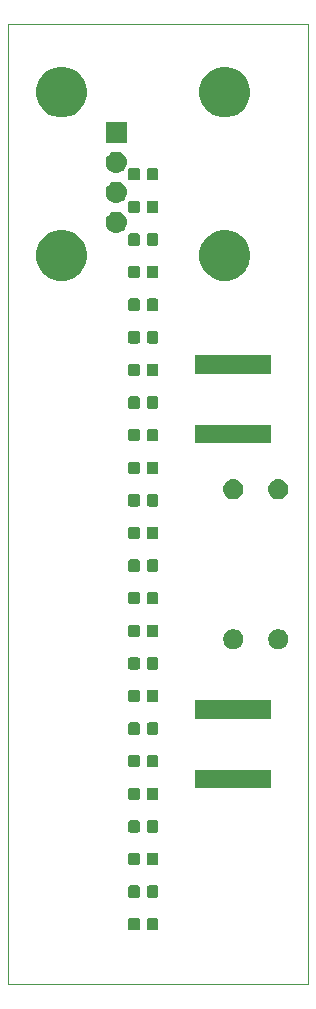
<source format=gbr>
G04 #@! TF.GenerationSoftware,KiCad,Pcbnew,(5.1.4)-1*
G04 #@! TF.CreationDate,2019-08-22T22:39:33-07:00*
G04 #@! TF.ProjectId,the,7468652e-6b69-4636-9164-5f7063625858,rev?*
G04 #@! TF.SameCoordinates,Original*
G04 #@! TF.FileFunction,Soldermask,Top*
G04 #@! TF.FilePolarity,Negative*
%FSLAX46Y46*%
G04 Gerber Fmt 4.6, Leading zero omitted, Abs format (unit mm)*
G04 Created by KiCad (PCBNEW (5.1.4)-1) date 2019-08-22 22:39:33*
%MOMM*%
%LPD*%
G04 APERTURE LIST*
%ADD10C,0.120000*%
%ADD11C,0.100000*%
G04 APERTURE END LIST*
D10*
X63500000Y-119380000D02*
X63500000Y-38100000D01*
X88900000Y-119380000D02*
X63500000Y-119380000D01*
X88900000Y-38100000D02*
X88900000Y-119380000D01*
X63500000Y-38100000D02*
X88900000Y-38100000D01*
D11*
G36*
X74484591Y-113778085D02*
G01*
X74518569Y-113788393D01*
X74549890Y-113805134D01*
X74577339Y-113827661D01*
X74599866Y-113855110D01*
X74616607Y-113886431D01*
X74626915Y-113920409D01*
X74631000Y-113961890D01*
X74631000Y-114638110D01*
X74626915Y-114679591D01*
X74616607Y-114713569D01*
X74599866Y-114744890D01*
X74577339Y-114772339D01*
X74549890Y-114794866D01*
X74518569Y-114811607D01*
X74484591Y-114821915D01*
X74443110Y-114826000D01*
X73841890Y-114826000D01*
X73800409Y-114821915D01*
X73766431Y-114811607D01*
X73735110Y-114794866D01*
X73707661Y-114772339D01*
X73685134Y-114744890D01*
X73668393Y-114713569D01*
X73658085Y-114679591D01*
X73654000Y-114638110D01*
X73654000Y-113961890D01*
X73658085Y-113920409D01*
X73668393Y-113886431D01*
X73685134Y-113855110D01*
X73707661Y-113827661D01*
X73735110Y-113805134D01*
X73766431Y-113788393D01*
X73800409Y-113778085D01*
X73841890Y-113774000D01*
X74443110Y-113774000D01*
X74484591Y-113778085D01*
X74484591Y-113778085D01*
G37*
G36*
X76059591Y-113778085D02*
G01*
X76093569Y-113788393D01*
X76124890Y-113805134D01*
X76152339Y-113827661D01*
X76174866Y-113855110D01*
X76191607Y-113886431D01*
X76201915Y-113920409D01*
X76206000Y-113961890D01*
X76206000Y-114638110D01*
X76201915Y-114679591D01*
X76191607Y-114713569D01*
X76174866Y-114744890D01*
X76152339Y-114772339D01*
X76124890Y-114794866D01*
X76093569Y-114811607D01*
X76059591Y-114821915D01*
X76018110Y-114826000D01*
X75416890Y-114826000D01*
X75375409Y-114821915D01*
X75341431Y-114811607D01*
X75310110Y-114794866D01*
X75282661Y-114772339D01*
X75260134Y-114744890D01*
X75243393Y-114713569D01*
X75233085Y-114679591D01*
X75229000Y-114638110D01*
X75229000Y-113961890D01*
X75233085Y-113920409D01*
X75243393Y-113886431D01*
X75260134Y-113855110D01*
X75282661Y-113827661D01*
X75310110Y-113805134D01*
X75341431Y-113788393D01*
X75375409Y-113778085D01*
X75416890Y-113774000D01*
X76018110Y-113774000D01*
X76059591Y-113778085D01*
X76059591Y-113778085D01*
G37*
G36*
X76059591Y-111017203D02*
G01*
X76093569Y-111027511D01*
X76124890Y-111044252D01*
X76152339Y-111066779D01*
X76174866Y-111094228D01*
X76191607Y-111125549D01*
X76201915Y-111159527D01*
X76206000Y-111201008D01*
X76206000Y-111877228D01*
X76201915Y-111918709D01*
X76191607Y-111952687D01*
X76174866Y-111984008D01*
X76152339Y-112011457D01*
X76124890Y-112033984D01*
X76093569Y-112050725D01*
X76059591Y-112061033D01*
X76018110Y-112065118D01*
X75416890Y-112065118D01*
X75375409Y-112061033D01*
X75341431Y-112050725D01*
X75310110Y-112033984D01*
X75282661Y-112011457D01*
X75260134Y-111984008D01*
X75243393Y-111952687D01*
X75233085Y-111918709D01*
X75229000Y-111877228D01*
X75229000Y-111201008D01*
X75233085Y-111159527D01*
X75243393Y-111125549D01*
X75260134Y-111094228D01*
X75282661Y-111066779D01*
X75310110Y-111044252D01*
X75341431Y-111027511D01*
X75375409Y-111017203D01*
X75416890Y-111013118D01*
X76018110Y-111013118D01*
X76059591Y-111017203D01*
X76059591Y-111017203D01*
G37*
G36*
X74484591Y-111017203D02*
G01*
X74518569Y-111027511D01*
X74549890Y-111044252D01*
X74577339Y-111066779D01*
X74599866Y-111094228D01*
X74616607Y-111125549D01*
X74626915Y-111159527D01*
X74631000Y-111201008D01*
X74631000Y-111877228D01*
X74626915Y-111918709D01*
X74616607Y-111952687D01*
X74599866Y-111984008D01*
X74577339Y-112011457D01*
X74549890Y-112033984D01*
X74518569Y-112050725D01*
X74484591Y-112061033D01*
X74443110Y-112065118D01*
X73841890Y-112065118D01*
X73800409Y-112061033D01*
X73766431Y-112050725D01*
X73735110Y-112033984D01*
X73707661Y-112011457D01*
X73685134Y-111984008D01*
X73668393Y-111952687D01*
X73658085Y-111918709D01*
X73654000Y-111877228D01*
X73654000Y-111201008D01*
X73658085Y-111159527D01*
X73668393Y-111125549D01*
X73685134Y-111094228D01*
X73707661Y-111066779D01*
X73735110Y-111044252D01*
X73766431Y-111027511D01*
X73800409Y-111017203D01*
X73841890Y-111013118D01*
X74443110Y-111013118D01*
X74484591Y-111017203D01*
X74484591Y-111017203D01*
G37*
G36*
X76059591Y-108256334D02*
G01*
X76093569Y-108266642D01*
X76124890Y-108283383D01*
X76152339Y-108305910D01*
X76174866Y-108333359D01*
X76191607Y-108364680D01*
X76201915Y-108398658D01*
X76206000Y-108440139D01*
X76206000Y-109116359D01*
X76201915Y-109157840D01*
X76191607Y-109191818D01*
X76174866Y-109223139D01*
X76152339Y-109250588D01*
X76124890Y-109273115D01*
X76093569Y-109289856D01*
X76059591Y-109300164D01*
X76018110Y-109304249D01*
X75416890Y-109304249D01*
X75375409Y-109300164D01*
X75341431Y-109289856D01*
X75310110Y-109273115D01*
X75282661Y-109250588D01*
X75260134Y-109223139D01*
X75243393Y-109191818D01*
X75233085Y-109157840D01*
X75229000Y-109116359D01*
X75229000Y-108440139D01*
X75233085Y-108398658D01*
X75243393Y-108364680D01*
X75260134Y-108333359D01*
X75282661Y-108305910D01*
X75310110Y-108283383D01*
X75341431Y-108266642D01*
X75375409Y-108256334D01*
X75416890Y-108252249D01*
X76018110Y-108252249D01*
X76059591Y-108256334D01*
X76059591Y-108256334D01*
G37*
G36*
X74484591Y-108256334D02*
G01*
X74518569Y-108266642D01*
X74549890Y-108283383D01*
X74577339Y-108305910D01*
X74599866Y-108333359D01*
X74616607Y-108364680D01*
X74626915Y-108398658D01*
X74631000Y-108440139D01*
X74631000Y-109116359D01*
X74626915Y-109157840D01*
X74616607Y-109191818D01*
X74599866Y-109223139D01*
X74577339Y-109250588D01*
X74549890Y-109273115D01*
X74518569Y-109289856D01*
X74484591Y-109300164D01*
X74443110Y-109304249D01*
X73841890Y-109304249D01*
X73800409Y-109300164D01*
X73766431Y-109289856D01*
X73735110Y-109273115D01*
X73707661Y-109250588D01*
X73685134Y-109223139D01*
X73668393Y-109191818D01*
X73658085Y-109157840D01*
X73654000Y-109116359D01*
X73654000Y-108440139D01*
X73658085Y-108398658D01*
X73668393Y-108364680D01*
X73685134Y-108333359D01*
X73707661Y-108305910D01*
X73735110Y-108283383D01*
X73766431Y-108266642D01*
X73800409Y-108256334D01*
X73841890Y-108252249D01*
X74443110Y-108252249D01*
X74484591Y-108256334D01*
X74484591Y-108256334D01*
G37*
G36*
X76059591Y-105495465D02*
G01*
X76093569Y-105505773D01*
X76124890Y-105522514D01*
X76152339Y-105545041D01*
X76174866Y-105572490D01*
X76191607Y-105603811D01*
X76201915Y-105637789D01*
X76206000Y-105679270D01*
X76206000Y-106355490D01*
X76201915Y-106396971D01*
X76191607Y-106430949D01*
X76174866Y-106462270D01*
X76152339Y-106489719D01*
X76124890Y-106512246D01*
X76093569Y-106528987D01*
X76059591Y-106539295D01*
X76018110Y-106543380D01*
X75416890Y-106543380D01*
X75375409Y-106539295D01*
X75341431Y-106528987D01*
X75310110Y-106512246D01*
X75282661Y-106489719D01*
X75260134Y-106462270D01*
X75243393Y-106430949D01*
X75233085Y-106396971D01*
X75229000Y-106355490D01*
X75229000Y-105679270D01*
X75233085Y-105637789D01*
X75243393Y-105603811D01*
X75260134Y-105572490D01*
X75282661Y-105545041D01*
X75310110Y-105522514D01*
X75341431Y-105505773D01*
X75375409Y-105495465D01*
X75416890Y-105491380D01*
X76018110Y-105491380D01*
X76059591Y-105495465D01*
X76059591Y-105495465D01*
G37*
G36*
X74484591Y-105495465D02*
G01*
X74518569Y-105505773D01*
X74549890Y-105522514D01*
X74577339Y-105545041D01*
X74599866Y-105572490D01*
X74616607Y-105603811D01*
X74626915Y-105637789D01*
X74631000Y-105679270D01*
X74631000Y-106355490D01*
X74626915Y-106396971D01*
X74616607Y-106430949D01*
X74599866Y-106462270D01*
X74577339Y-106489719D01*
X74549890Y-106512246D01*
X74518569Y-106528987D01*
X74484591Y-106539295D01*
X74443110Y-106543380D01*
X73841890Y-106543380D01*
X73800409Y-106539295D01*
X73766431Y-106528987D01*
X73735110Y-106512246D01*
X73707661Y-106489719D01*
X73685134Y-106462270D01*
X73668393Y-106430949D01*
X73658085Y-106396971D01*
X73654000Y-106355490D01*
X73654000Y-105679270D01*
X73658085Y-105637789D01*
X73668393Y-105603811D01*
X73685134Y-105572490D01*
X73707661Y-105545041D01*
X73735110Y-105522514D01*
X73766431Y-105505773D01*
X73800409Y-105495465D01*
X73841890Y-105491380D01*
X74443110Y-105491380D01*
X74484591Y-105495465D01*
X74484591Y-105495465D01*
G37*
G36*
X76059591Y-102734596D02*
G01*
X76093569Y-102744904D01*
X76124890Y-102761645D01*
X76152339Y-102784172D01*
X76174866Y-102811621D01*
X76191607Y-102842942D01*
X76201915Y-102876920D01*
X76206000Y-102918401D01*
X76206000Y-103594621D01*
X76201915Y-103636102D01*
X76191607Y-103670080D01*
X76174866Y-103701401D01*
X76152339Y-103728850D01*
X76124890Y-103751377D01*
X76093569Y-103768118D01*
X76059591Y-103778426D01*
X76018110Y-103782511D01*
X75416890Y-103782511D01*
X75375409Y-103778426D01*
X75341431Y-103768118D01*
X75310110Y-103751377D01*
X75282661Y-103728850D01*
X75260134Y-103701401D01*
X75243393Y-103670080D01*
X75233085Y-103636102D01*
X75229000Y-103594621D01*
X75229000Y-102918401D01*
X75233085Y-102876920D01*
X75243393Y-102842942D01*
X75260134Y-102811621D01*
X75282661Y-102784172D01*
X75310110Y-102761645D01*
X75341431Y-102744904D01*
X75375409Y-102734596D01*
X75416890Y-102730511D01*
X76018110Y-102730511D01*
X76059591Y-102734596D01*
X76059591Y-102734596D01*
G37*
G36*
X74484591Y-102734596D02*
G01*
X74518569Y-102744904D01*
X74549890Y-102761645D01*
X74577339Y-102784172D01*
X74599866Y-102811621D01*
X74616607Y-102842942D01*
X74626915Y-102876920D01*
X74631000Y-102918401D01*
X74631000Y-103594621D01*
X74626915Y-103636102D01*
X74616607Y-103670080D01*
X74599866Y-103701401D01*
X74577339Y-103728850D01*
X74549890Y-103751377D01*
X74518569Y-103768118D01*
X74484591Y-103778426D01*
X74443110Y-103782511D01*
X73841890Y-103782511D01*
X73800409Y-103778426D01*
X73766431Y-103768118D01*
X73735110Y-103751377D01*
X73707661Y-103728850D01*
X73685134Y-103701401D01*
X73668393Y-103670080D01*
X73658085Y-103636102D01*
X73654000Y-103594621D01*
X73654000Y-102918401D01*
X73658085Y-102876920D01*
X73668393Y-102842942D01*
X73685134Y-102811621D01*
X73707661Y-102784172D01*
X73735110Y-102761645D01*
X73766431Y-102744904D01*
X73800409Y-102734596D01*
X73841890Y-102730511D01*
X74443110Y-102730511D01*
X74484591Y-102734596D01*
X74484591Y-102734596D01*
G37*
G36*
X85751000Y-102786000D02*
G01*
X79349000Y-102786000D01*
X79349000Y-101234000D01*
X85751000Y-101234000D01*
X85751000Y-102786000D01*
X85751000Y-102786000D01*
G37*
G36*
X76059591Y-99973727D02*
G01*
X76093569Y-99984035D01*
X76124890Y-100000776D01*
X76152339Y-100023303D01*
X76174866Y-100050752D01*
X76191607Y-100082073D01*
X76201915Y-100116051D01*
X76206000Y-100157532D01*
X76206000Y-100833752D01*
X76201915Y-100875233D01*
X76191607Y-100909211D01*
X76174866Y-100940532D01*
X76152339Y-100967981D01*
X76124890Y-100990508D01*
X76093569Y-101007249D01*
X76059591Y-101017557D01*
X76018110Y-101021642D01*
X75416890Y-101021642D01*
X75375409Y-101017557D01*
X75341431Y-101007249D01*
X75310110Y-100990508D01*
X75282661Y-100967981D01*
X75260134Y-100940532D01*
X75243393Y-100909211D01*
X75233085Y-100875233D01*
X75229000Y-100833752D01*
X75229000Y-100157532D01*
X75233085Y-100116051D01*
X75243393Y-100082073D01*
X75260134Y-100050752D01*
X75282661Y-100023303D01*
X75310110Y-100000776D01*
X75341431Y-99984035D01*
X75375409Y-99973727D01*
X75416890Y-99969642D01*
X76018110Y-99969642D01*
X76059591Y-99973727D01*
X76059591Y-99973727D01*
G37*
G36*
X74484591Y-99973727D02*
G01*
X74518569Y-99984035D01*
X74549890Y-100000776D01*
X74577339Y-100023303D01*
X74599866Y-100050752D01*
X74616607Y-100082073D01*
X74626915Y-100116051D01*
X74631000Y-100157532D01*
X74631000Y-100833752D01*
X74626915Y-100875233D01*
X74616607Y-100909211D01*
X74599866Y-100940532D01*
X74577339Y-100967981D01*
X74549890Y-100990508D01*
X74518569Y-101007249D01*
X74484591Y-101017557D01*
X74443110Y-101021642D01*
X73841890Y-101021642D01*
X73800409Y-101017557D01*
X73766431Y-101007249D01*
X73735110Y-100990508D01*
X73707661Y-100967981D01*
X73685134Y-100940532D01*
X73668393Y-100909211D01*
X73658085Y-100875233D01*
X73654000Y-100833752D01*
X73654000Y-100157532D01*
X73658085Y-100116051D01*
X73668393Y-100082073D01*
X73685134Y-100050752D01*
X73707661Y-100023303D01*
X73735110Y-100000776D01*
X73766431Y-99984035D01*
X73800409Y-99973727D01*
X73841890Y-99969642D01*
X74443110Y-99969642D01*
X74484591Y-99973727D01*
X74484591Y-99973727D01*
G37*
G36*
X76059591Y-97212858D02*
G01*
X76093569Y-97223166D01*
X76124890Y-97239907D01*
X76152339Y-97262434D01*
X76174866Y-97289883D01*
X76191607Y-97321204D01*
X76201915Y-97355182D01*
X76206000Y-97396663D01*
X76206000Y-98072883D01*
X76201915Y-98114364D01*
X76191607Y-98148342D01*
X76174866Y-98179663D01*
X76152339Y-98207112D01*
X76124890Y-98229639D01*
X76093569Y-98246380D01*
X76059591Y-98256688D01*
X76018110Y-98260773D01*
X75416890Y-98260773D01*
X75375409Y-98256688D01*
X75341431Y-98246380D01*
X75310110Y-98229639D01*
X75282661Y-98207112D01*
X75260134Y-98179663D01*
X75243393Y-98148342D01*
X75233085Y-98114364D01*
X75229000Y-98072883D01*
X75229000Y-97396663D01*
X75233085Y-97355182D01*
X75243393Y-97321204D01*
X75260134Y-97289883D01*
X75282661Y-97262434D01*
X75310110Y-97239907D01*
X75341431Y-97223166D01*
X75375409Y-97212858D01*
X75416890Y-97208773D01*
X76018110Y-97208773D01*
X76059591Y-97212858D01*
X76059591Y-97212858D01*
G37*
G36*
X74484591Y-97212858D02*
G01*
X74518569Y-97223166D01*
X74549890Y-97239907D01*
X74577339Y-97262434D01*
X74599866Y-97289883D01*
X74616607Y-97321204D01*
X74626915Y-97355182D01*
X74631000Y-97396663D01*
X74631000Y-98072883D01*
X74626915Y-98114364D01*
X74616607Y-98148342D01*
X74599866Y-98179663D01*
X74577339Y-98207112D01*
X74549890Y-98229639D01*
X74518569Y-98246380D01*
X74484591Y-98256688D01*
X74443110Y-98260773D01*
X73841890Y-98260773D01*
X73800409Y-98256688D01*
X73766431Y-98246380D01*
X73735110Y-98229639D01*
X73707661Y-98207112D01*
X73685134Y-98179663D01*
X73668393Y-98148342D01*
X73658085Y-98114364D01*
X73654000Y-98072883D01*
X73654000Y-97396663D01*
X73658085Y-97355182D01*
X73668393Y-97321204D01*
X73685134Y-97289883D01*
X73707661Y-97262434D01*
X73735110Y-97239907D01*
X73766431Y-97223166D01*
X73800409Y-97212858D01*
X73841890Y-97208773D01*
X74443110Y-97208773D01*
X74484591Y-97212858D01*
X74484591Y-97212858D01*
G37*
G36*
X85751000Y-96886000D02*
G01*
X79349000Y-96886000D01*
X79349000Y-95334000D01*
X85751000Y-95334000D01*
X85751000Y-96886000D01*
X85751000Y-96886000D01*
G37*
G36*
X76059591Y-94451989D02*
G01*
X76093569Y-94462297D01*
X76124890Y-94479038D01*
X76152339Y-94501565D01*
X76174866Y-94529014D01*
X76191607Y-94560335D01*
X76201915Y-94594313D01*
X76206000Y-94635794D01*
X76206000Y-95312014D01*
X76201915Y-95353495D01*
X76191607Y-95387473D01*
X76174866Y-95418794D01*
X76152339Y-95446243D01*
X76124890Y-95468770D01*
X76093569Y-95485511D01*
X76059591Y-95495819D01*
X76018110Y-95499904D01*
X75416890Y-95499904D01*
X75375409Y-95495819D01*
X75341431Y-95485511D01*
X75310110Y-95468770D01*
X75282661Y-95446243D01*
X75260134Y-95418794D01*
X75243393Y-95387473D01*
X75233085Y-95353495D01*
X75229000Y-95312014D01*
X75229000Y-94635794D01*
X75233085Y-94594313D01*
X75243393Y-94560335D01*
X75260134Y-94529014D01*
X75282661Y-94501565D01*
X75310110Y-94479038D01*
X75341431Y-94462297D01*
X75375409Y-94451989D01*
X75416890Y-94447904D01*
X76018110Y-94447904D01*
X76059591Y-94451989D01*
X76059591Y-94451989D01*
G37*
G36*
X74484591Y-94451989D02*
G01*
X74518569Y-94462297D01*
X74549890Y-94479038D01*
X74577339Y-94501565D01*
X74599866Y-94529014D01*
X74616607Y-94560335D01*
X74626915Y-94594313D01*
X74631000Y-94635794D01*
X74631000Y-95312014D01*
X74626915Y-95353495D01*
X74616607Y-95387473D01*
X74599866Y-95418794D01*
X74577339Y-95446243D01*
X74549890Y-95468770D01*
X74518569Y-95485511D01*
X74484591Y-95495819D01*
X74443110Y-95499904D01*
X73841890Y-95499904D01*
X73800409Y-95495819D01*
X73766431Y-95485511D01*
X73735110Y-95468770D01*
X73707661Y-95446243D01*
X73685134Y-95418794D01*
X73668393Y-95387473D01*
X73658085Y-95353495D01*
X73654000Y-95312014D01*
X73654000Y-94635794D01*
X73658085Y-94594313D01*
X73668393Y-94560335D01*
X73685134Y-94529014D01*
X73707661Y-94501565D01*
X73735110Y-94479038D01*
X73766431Y-94462297D01*
X73800409Y-94451989D01*
X73841890Y-94447904D01*
X74443110Y-94447904D01*
X74484591Y-94451989D01*
X74484591Y-94451989D01*
G37*
G36*
X74484591Y-91691120D02*
G01*
X74518569Y-91701428D01*
X74549890Y-91718169D01*
X74577339Y-91740696D01*
X74599866Y-91768145D01*
X74616607Y-91799466D01*
X74626915Y-91833444D01*
X74631000Y-91874925D01*
X74631000Y-92551145D01*
X74626915Y-92592626D01*
X74616607Y-92626604D01*
X74599866Y-92657925D01*
X74577339Y-92685374D01*
X74549890Y-92707901D01*
X74518569Y-92724642D01*
X74484591Y-92734950D01*
X74443110Y-92739035D01*
X73841890Y-92739035D01*
X73800409Y-92734950D01*
X73766431Y-92724642D01*
X73735110Y-92707901D01*
X73707661Y-92685374D01*
X73685134Y-92657925D01*
X73668393Y-92626604D01*
X73658085Y-92592626D01*
X73654000Y-92551145D01*
X73654000Y-91874925D01*
X73658085Y-91833444D01*
X73668393Y-91799466D01*
X73685134Y-91768145D01*
X73707661Y-91740696D01*
X73735110Y-91718169D01*
X73766431Y-91701428D01*
X73800409Y-91691120D01*
X73841890Y-91687035D01*
X74443110Y-91687035D01*
X74484591Y-91691120D01*
X74484591Y-91691120D01*
G37*
G36*
X76059591Y-91691120D02*
G01*
X76093569Y-91701428D01*
X76124890Y-91718169D01*
X76152339Y-91740696D01*
X76174866Y-91768145D01*
X76191607Y-91799466D01*
X76201915Y-91833444D01*
X76206000Y-91874925D01*
X76206000Y-92551145D01*
X76201915Y-92592626D01*
X76191607Y-92626604D01*
X76174866Y-92657925D01*
X76152339Y-92685374D01*
X76124890Y-92707901D01*
X76093569Y-92724642D01*
X76059591Y-92734950D01*
X76018110Y-92739035D01*
X75416890Y-92739035D01*
X75375409Y-92734950D01*
X75341431Y-92724642D01*
X75310110Y-92707901D01*
X75282661Y-92685374D01*
X75260134Y-92657925D01*
X75243393Y-92626604D01*
X75233085Y-92592626D01*
X75229000Y-92551145D01*
X75229000Y-91874925D01*
X75233085Y-91833444D01*
X75243393Y-91799466D01*
X75260134Y-91768145D01*
X75282661Y-91740696D01*
X75310110Y-91718169D01*
X75341431Y-91701428D01*
X75375409Y-91691120D01*
X75416890Y-91687035D01*
X76018110Y-91687035D01*
X76059591Y-91691120D01*
X76059591Y-91691120D01*
G37*
G36*
X82798228Y-89351703D02*
G01*
X82953100Y-89415853D01*
X83092481Y-89508985D01*
X83211015Y-89627519D01*
X83304147Y-89766900D01*
X83368297Y-89921772D01*
X83401000Y-90086184D01*
X83401000Y-90253816D01*
X83368297Y-90418228D01*
X83304147Y-90573100D01*
X83211015Y-90712481D01*
X83092481Y-90831015D01*
X82953100Y-90924147D01*
X82798228Y-90988297D01*
X82633816Y-91021000D01*
X82466184Y-91021000D01*
X82301772Y-90988297D01*
X82146900Y-90924147D01*
X82007519Y-90831015D01*
X81888985Y-90712481D01*
X81795853Y-90573100D01*
X81731703Y-90418228D01*
X81699000Y-90253816D01*
X81699000Y-90086184D01*
X81731703Y-89921772D01*
X81795853Y-89766900D01*
X81888985Y-89627519D01*
X82007519Y-89508985D01*
X82146900Y-89415853D01*
X82301772Y-89351703D01*
X82466184Y-89319000D01*
X82633816Y-89319000D01*
X82798228Y-89351703D01*
X82798228Y-89351703D01*
G37*
G36*
X86608228Y-89351703D02*
G01*
X86763100Y-89415853D01*
X86902481Y-89508985D01*
X87021015Y-89627519D01*
X87114147Y-89766900D01*
X87178297Y-89921772D01*
X87211000Y-90086184D01*
X87211000Y-90253816D01*
X87178297Y-90418228D01*
X87114147Y-90573100D01*
X87021015Y-90712481D01*
X86902481Y-90831015D01*
X86763100Y-90924147D01*
X86608228Y-90988297D01*
X86443816Y-91021000D01*
X86276184Y-91021000D01*
X86111772Y-90988297D01*
X85956900Y-90924147D01*
X85817519Y-90831015D01*
X85698985Y-90712481D01*
X85605853Y-90573100D01*
X85541703Y-90418228D01*
X85509000Y-90253816D01*
X85509000Y-90086184D01*
X85541703Y-89921772D01*
X85605853Y-89766900D01*
X85698985Y-89627519D01*
X85817519Y-89508985D01*
X85956900Y-89415853D01*
X86111772Y-89351703D01*
X86276184Y-89319000D01*
X86443816Y-89319000D01*
X86608228Y-89351703D01*
X86608228Y-89351703D01*
G37*
G36*
X74484591Y-88930251D02*
G01*
X74518569Y-88940559D01*
X74549890Y-88957300D01*
X74577339Y-88979827D01*
X74599866Y-89007276D01*
X74616607Y-89038597D01*
X74626915Y-89072575D01*
X74631000Y-89114056D01*
X74631000Y-89790276D01*
X74626915Y-89831757D01*
X74616607Y-89865735D01*
X74599866Y-89897056D01*
X74577339Y-89924505D01*
X74549890Y-89947032D01*
X74518569Y-89963773D01*
X74484591Y-89974081D01*
X74443110Y-89978166D01*
X73841890Y-89978166D01*
X73800409Y-89974081D01*
X73766431Y-89963773D01*
X73735110Y-89947032D01*
X73707661Y-89924505D01*
X73685134Y-89897056D01*
X73668393Y-89865735D01*
X73658085Y-89831757D01*
X73654000Y-89790276D01*
X73654000Y-89114056D01*
X73658085Y-89072575D01*
X73668393Y-89038597D01*
X73685134Y-89007276D01*
X73707661Y-88979827D01*
X73735110Y-88957300D01*
X73766431Y-88940559D01*
X73800409Y-88930251D01*
X73841890Y-88926166D01*
X74443110Y-88926166D01*
X74484591Y-88930251D01*
X74484591Y-88930251D01*
G37*
G36*
X76059591Y-88930251D02*
G01*
X76093569Y-88940559D01*
X76124890Y-88957300D01*
X76152339Y-88979827D01*
X76174866Y-89007276D01*
X76191607Y-89038597D01*
X76201915Y-89072575D01*
X76206000Y-89114056D01*
X76206000Y-89790276D01*
X76201915Y-89831757D01*
X76191607Y-89865735D01*
X76174866Y-89897056D01*
X76152339Y-89924505D01*
X76124890Y-89947032D01*
X76093569Y-89963773D01*
X76059591Y-89974081D01*
X76018110Y-89978166D01*
X75416890Y-89978166D01*
X75375409Y-89974081D01*
X75341431Y-89963773D01*
X75310110Y-89947032D01*
X75282661Y-89924505D01*
X75260134Y-89897056D01*
X75243393Y-89865735D01*
X75233085Y-89831757D01*
X75229000Y-89790276D01*
X75229000Y-89114056D01*
X75233085Y-89072575D01*
X75243393Y-89038597D01*
X75260134Y-89007276D01*
X75282661Y-88979827D01*
X75310110Y-88957300D01*
X75341431Y-88940559D01*
X75375409Y-88930251D01*
X75416890Y-88926166D01*
X76018110Y-88926166D01*
X76059591Y-88930251D01*
X76059591Y-88930251D01*
G37*
G36*
X76059591Y-86169382D02*
G01*
X76093569Y-86179690D01*
X76124890Y-86196431D01*
X76152339Y-86218958D01*
X76174866Y-86246407D01*
X76191607Y-86277728D01*
X76201915Y-86311706D01*
X76206000Y-86353187D01*
X76206000Y-87029407D01*
X76201915Y-87070888D01*
X76191607Y-87104866D01*
X76174866Y-87136187D01*
X76152339Y-87163636D01*
X76124890Y-87186163D01*
X76093569Y-87202904D01*
X76059591Y-87213212D01*
X76018110Y-87217297D01*
X75416890Y-87217297D01*
X75375409Y-87213212D01*
X75341431Y-87202904D01*
X75310110Y-87186163D01*
X75282661Y-87163636D01*
X75260134Y-87136187D01*
X75243393Y-87104866D01*
X75233085Y-87070888D01*
X75229000Y-87029407D01*
X75229000Y-86353187D01*
X75233085Y-86311706D01*
X75243393Y-86277728D01*
X75260134Y-86246407D01*
X75282661Y-86218958D01*
X75310110Y-86196431D01*
X75341431Y-86179690D01*
X75375409Y-86169382D01*
X75416890Y-86165297D01*
X76018110Y-86165297D01*
X76059591Y-86169382D01*
X76059591Y-86169382D01*
G37*
G36*
X74484591Y-86169382D02*
G01*
X74518569Y-86179690D01*
X74549890Y-86196431D01*
X74577339Y-86218958D01*
X74599866Y-86246407D01*
X74616607Y-86277728D01*
X74626915Y-86311706D01*
X74631000Y-86353187D01*
X74631000Y-87029407D01*
X74626915Y-87070888D01*
X74616607Y-87104866D01*
X74599866Y-87136187D01*
X74577339Y-87163636D01*
X74549890Y-87186163D01*
X74518569Y-87202904D01*
X74484591Y-87213212D01*
X74443110Y-87217297D01*
X73841890Y-87217297D01*
X73800409Y-87213212D01*
X73766431Y-87202904D01*
X73735110Y-87186163D01*
X73707661Y-87163636D01*
X73685134Y-87136187D01*
X73668393Y-87104866D01*
X73658085Y-87070888D01*
X73654000Y-87029407D01*
X73654000Y-86353187D01*
X73658085Y-86311706D01*
X73668393Y-86277728D01*
X73685134Y-86246407D01*
X73707661Y-86218958D01*
X73735110Y-86196431D01*
X73766431Y-86179690D01*
X73800409Y-86169382D01*
X73841890Y-86165297D01*
X74443110Y-86165297D01*
X74484591Y-86169382D01*
X74484591Y-86169382D01*
G37*
G36*
X76059591Y-83408513D02*
G01*
X76093569Y-83418821D01*
X76124890Y-83435562D01*
X76152339Y-83458089D01*
X76174866Y-83485538D01*
X76191607Y-83516859D01*
X76201915Y-83550837D01*
X76206000Y-83592318D01*
X76206000Y-84268538D01*
X76201915Y-84310019D01*
X76191607Y-84343997D01*
X76174866Y-84375318D01*
X76152339Y-84402767D01*
X76124890Y-84425294D01*
X76093569Y-84442035D01*
X76059591Y-84452343D01*
X76018110Y-84456428D01*
X75416890Y-84456428D01*
X75375409Y-84452343D01*
X75341431Y-84442035D01*
X75310110Y-84425294D01*
X75282661Y-84402767D01*
X75260134Y-84375318D01*
X75243393Y-84343997D01*
X75233085Y-84310019D01*
X75229000Y-84268538D01*
X75229000Y-83592318D01*
X75233085Y-83550837D01*
X75243393Y-83516859D01*
X75260134Y-83485538D01*
X75282661Y-83458089D01*
X75310110Y-83435562D01*
X75341431Y-83418821D01*
X75375409Y-83408513D01*
X75416890Y-83404428D01*
X76018110Y-83404428D01*
X76059591Y-83408513D01*
X76059591Y-83408513D01*
G37*
G36*
X74484591Y-83408513D02*
G01*
X74518569Y-83418821D01*
X74549890Y-83435562D01*
X74577339Y-83458089D01*
X74599866Y-83485538D01*
X74616607Y-83516859D01*
X74626915Y-83550837D01*
X74631000Y-83592318D01*
X74631000Y-84268538D01*
X74626915Y-84310019D01*
X74616607Y-84343997D01*
X74599866Y-84375318D01*
X74577339Y-84402767D01*
X74549890Y-84425294D01*
X74518569Y-84442035D01*
X74484591Y-84452343D01*
X74443110Y-84456428D01*
X73841890Y-84456428D01*
X73800409Y-84452343D01*
X73766431Y-84442035D01*
X73735110Y-84425294D01*
X73707661Y-84402767D01*
X73685134Y-84375318D01*
X73668393Y-84343997D01*
X73658085Y-84310019D01*
X73654000Y-84268538D01*
X73654000Y-83592318D01*
X73658085Y-83550837D01*
X73668393Y-83516859D01*
X73685134Y-83485538D01*
X73707661Y-83458089D01*
X73735110Y-83435562D01*
X73766431Y-83418821D01*
X73800409Y-83408513D01*
X73841890Y-83404428D01*
X74443110Y-83404428D01*
X74484591Y-83408513D01*
X74484591Y-83408513D01*
G37*
G36*
X76059591Y-80647644D02*
G01*
X76093569Y-80657952D01*
X76124890Y-80674693D01*
X76152339Y-80697220D01*
X76174866Y-80724669D01*
X76191607Y-80755990D01*
X76201915Y-80789968D01*
X76206000Y-80831449D01*
X76206000Y-81507669D01*
X76201915Y-81549150D01*
X76191607Y-81583128D01*
X76174866Y-81614449D01*
X76152339Y-81641898D01*
X76124890Y-81664425D01*
X76093569Y-81681166D01*
X76059591Y-81691474D01*
X76018110Y-81695559D01*
X75416890Y-81695559D01*
X75375409Y-81691474D01*
X75341431Y-81681166D01*
X75310110Y-81664425D01*
X75282661Y-81641898D01*
X75260134Y-81614449D01*
X75243393Y-81583128D01*
X75233085Y-81549150D01*
X75229000Y-81507669D01*
X75229000Y-80831449D01*
X75233085Y-80789968D01*
X75243393Y-80755990D01*
X75260134Y-80724669D01*
X75282661Y-80697220D01*
X75310110Y-80674693D01*
X75341431Y-80657952D01*
X75375409Y-80647644D01*
X75416890Y-80643559D01*
X76018110Y-80643559D01*
X76059591Y-80647644D01*
X76059591Y-80647644D01*
G37*
G36*
X74484591Y-80647644D02*
G01*
X74518569Y-80657952D01*
X74549890Y-80674693D01*
X74577339Y-80697220D01*
X74599866Y-80724669D01*
X74616607Y-80755990D01*
X74626915Y-80789968D01*
X74631000Y-80831449D01*
X74631000Y-81507669D01*
X74626915Y-81549150D01*
X74616607Y-81583128D01*
X74599866Y-81614449D01*
X74577339Y-81641898D01*
X74549890Y-81664425D01*
X74518569Y-81681166D01*
X74484591Y-81691474D01*
X74443110Y-81695559D01*
X73841890Y-81695559D01*
X73800409Y-81691474D01*
X73766431Y-81681166D01*
X73735110Y-81664425D01*
X73707661Y-81641898D01*
X73685134Y-81614449D01*
X73668393Y-81583128D01*
X73658085Y-81549150D01*
X73654000Y-81507669D01*
X73654000Y-80831449D01*
X73658085Y-80789968D01*
X73668393Y-80755990D01*
X73685134Y-80724669D01*
X73707661Y-80697220D01*
X73735110Y-80674693D01*
X73766431Y-80657952D01*
X73800409Y-80647644D01*
X73841890Y-80643559D01*
X74443110Y-80643559D01*
X74484591Y-80647644D01*
X74484591Y-80647644D01*
G37*
G36*
X74484591Y-77886775D02*
G01*
X74518569Y-77897083D01*
X74549890Y-77913824D01*
X74577339Y-77936351D01*
X74599866Y-77963800D01*
X74616607Y-77995121D01*
X74626915Y-78029099D01*
X74631000Y-78070580D01*
X74631000Y-78746800D01*
X74626915Y-78788281D01*
X74616607Y-78822259D01*
X74599866Y-78853580D01*
X74577339Y-78881029D01*
X74549890Y-78903556D01*
X74518569Y-78920297D01*
X74484591Y-78930605D01*
X74443110Y-78934690D01*
X73841890Y-78934690D01*
X73800409Y-78930605D01*
X73766431Y-78920297D01*
X73735110Y-78903556D01*
X73707661Y-78881029D01*
X73685134Y-78853580D01*
X73668393Y-78822259D01*
X73658085Y-78788281D01*
X73654000Y-78746800D01*
X73654000Y-78070580D01*
X73658085Y-78029099D01*
X73668393Y-77995121D01*
X73685134Y-77963800D01*
X73707661Y-77936351D01*
X73735110Y-77913824D01*
X73766431Y-77897083D01*
X73800409Y-77886775D01*
X73841890Y-77882690D01*
X74443110Y-77882690D01*
X74484591Y-77886775D01*
X74484591Y-77886775D01*
G37*
G36*
X76059591Y-77886775D02*
G01*
X76093569Y-77897083D01*
X76124890Y-77913824D01*
X76152339Y-77936351D01*
X76174866Y-77963800D01*
X76191607Y-77995121D01*
X76201915Y-78029099D01*
X76206000Y-78070580D01*
X76206000Y-78746800D01*
X76201915Y-78788281D01*
X76191607Y-78822259D01*
X76174866Y-78853580D01*
X76152339Y-78881029D01*
X76124890Y-78903556D01*
X76093569Y-78920297D01*
X76059591Y-78930605D01*
X76018110Y-78934690D01*
X75416890Y-78934690D01*
X75375409Y-78930605D01*
X75341431Y-78920297D01*
X75310110Y-78903556D01*
X75282661Y-78881029D01*
X75260134Y-78853580D01*
X75243393Y-78822259D01*
X75233085Y-78788281D01*
X75229000Y-78746800D01*
X75229000Y-78070580D01*
X75233085Y-78029099D01*
X75243393Y-77995121D01*
X75260134Y-77963800D01*
X75282661Y-77936351D01*
X75310110Y-77913824D01*
X75341431Y-77897083D01*
X75375409Y-77886775D01*
X75416890Y-77882690D01*
X76018110Y-77882690D01*
X76059591Y-77886775D01*
X76059591Y-77886775D01*
G37*
G36*
X82716823Y-76631313D02*
G01*
X82877242Y-76679976D01*
X83009906Y-76750886D01*
X83025078Y-76758996D01*
X83154659Y-76865341D01*
X83261004Y-76994922D01*
X83261005Y-76994924D01*
X83340024Y-77142758D01*
X83388687Y-77303177D01*
X83405117Y-77470000D01*
X83388687Y-77636823D01*
X83340024Y-77797242D01*
X83272348Y-77923854D01*
X83261004Y-77945078D01*
X83154659Y-78074659D01*
X83025078Y-78181004D01*
X83025076Y-78181005D01*
X82877242Y-78260024D01*
X82716823Y-78308687D01*
X82591804Y-78321000D01*
X82508196Y-78321000D01*
X82383177Y-78308687D01*
X82222758Y-78260024D01*
X82074924Y-78181005D01*
X82074922Y-78181004D01*
X81945341Y-78074659D01*
X81838996Y-77945078D01*
X81827652Y-77923854D01*
X81759976Y-77797242D01*
X81711313Y-77636823D01*
X81694883Y-77470000D01*
X81711313Y-77303177D01*
X81759976Y-77142758D01*
X81838995Y-76994924D01*
X81838996Y-76994922D01*
X81945341Y-76865341D01*
X82074922Y-76758996D01*
X82090094Y-76750886D01*
X82222758Y-76679976D01*
X82383177Y-76631313D01*
X82508196Y-76619000D01*
X82591804Y-76619000D01*
X82716823Y-76631313D01*
X82716823Y-76631313D01*
G37*
G36*
X86526823Y-76631313D02*
G01*
X86687242Y-76679976D01*
X86819906Y-76750886D01*
X86835078Y-76758996D01*
X86964659Y-76865341D01*
X87071004Y-76994922D01*
X87071005Y-76994924D01*
X87150024Y-77142758D01*
X87198687Y-77303177D01*
X87215117Y-77470000D01*
X87198687Y-77636823D01*
X87150024Y-77797242D01*
X87082348Y-77923854D01*
X87071004Y-77945078D01*
X86964659Y-78074659D01*
X86835078Y-78181004D01*
X86835076Y-78181005D01*
X86687242Y-78260024D01*
X86526823Y-78308687D01*
X86401804Y-78321000D01*
X86318196Y-78321000D01*
X86193177Y-78308687D01*
X86032758Y-78260024D01*
X85884924Y-78181005D01*
X85884922Y-78181004D01*
X85755341Y-78074659D01*
X85648996Y-77945078D01*
X85637652Y-77923854D01*
X85569976Y-77797242D01*
X85521313Y-77636823D01*
X85504883Y-77470000D01*
X85521313Y-77303177D01*
X85569976Y-77142758D01*
X85648995Y-76994924D01*
X85648996Y-76994922D01*
X85755341Y-76865341D01*
X85884922Y-76758996D01*
X85900094Y-76750886D01*
X86032758Y-76679976D01*
X86193177Y-76631313D01*
X86318196Y-76619000D01*
X86401804Y-76619000D01*
X86526823Y-76631313D01*
X86526823Y-76631313D01*
G37*
G36*
X74484591Y-75125906D02*
G01*
X74518569Y-75136214D01*
X74549890Y-75152955D01*
X74577339Y-75175482D01*
X74599866Y-75202931D01*
X74616607Y-75234252D01*
X74626915Y-75268230D01*
X74631000Y-75309711D01*
X74631000Y-75985931D01*
X74626915Y-76027412D01*
X74616607Y-76061390D01*
X74599866Y-76092711D01*
X74577339Y-76120160D01*
X74549890Y-76142687D01*
X74518569Y-76159428D01*
X74484591Y-76169736D01*
X74443110Y-76173821D01*
X73841890Y-76173821D01*
X73800409Y-76169736D01*
X73766431Y-76159428D01*
X73735110Y-76142687D01*
X73707661Y-76120160D01*
X73685134Y-76092711D01*
X73668393Y-76061390D01*
X73658085Y-76027412D01*
X73654000Y-75985931D01*
X73654000Y-75309711D01*
X73658085Y-75268230D01*
X73668393Y-75234252D01*
X73685134Y-75202931D01*
X73707661Y-75175482D01*
X73735110Y-75152955D01*
X73766431Y-75136214D01*
X73800409Y-75125906D01*
X73841890Y-75121821D01*
X74443110Y-75121821D01*
X74484591Y-75125906D01*
X74484591Y-75125906D01*
G37*
G36*
X76059591Y-75125906D02*
G01*
X76093569Y-75136214D01*
X76124890Y-75152955D01*
X76152339Y-75175482D01*
X76174866Y-75202931D01*
X76191607Y-75234252D01*
X76201915Y-75268230D01*
X76206000Y-75309711D01*
X76206000Y-75985931D01*
X76201915Y-76027412D01*
X76191607Y-76061390D01*
X76174866Y-76092711D01*
X76152339Y-76120160D01*
X76124890Y-76142687D01*
X76093569Y-76159428D01*
X76059591Y-76169736D01*
X76018110Y-76173821D01*
X75416890Y-76173821D01*
X75375409Y-76169736D01*
X75341431Y-76159428D01*
X75310110Y-76142687D01*
X75282661Y-76120160D01*
X75260134Y-76092711D01*
X75243393Y-76061390D01*
X75233085Y-76027412D01*
X75229000Y-75985931D01*
X75229000Y-75309711D01*
X75233085Y-75268230D01*
X75243393Y-75234252D01*
X75260134Y-75202931D01*
X75282661Y-75175482D01*
X75310110Y-75152955D01*
X75341431Y-75136214D01*
X75375409Y-75125906D01*
X75416890Y-75121821D01*
X76018110Y-75121821D01*
X76059591Y-75125906D01*
X76059591Y-75125906D01*
G37*
G36*
X85751000Y-73576000D02*
G01*
X79349000Y-73576000D01*
X79349000Y-72024000D01*
X85751000Y-72024000D01*
X85751000Y-73576000D01*
X85751000Y-73576000D01*
G37*
G36*
X76059591Y-72365037D02*
G01*
X76093569Y-72375345D01*
X76124890Y-72392086D01*
X76152339Y-72414613D01*
X76174866Y-72442062D01*
X76191607Y-72473383D01*
X76201915Y-72507361D01*
X76206000Y-72548842D01*
X76206000Y-73225062D01*
X76201915Y-73266543D01*
X76191607Y-73300521D01*
X76174866Y-73331842D01*
X76152339Y-73359291D01*
X76124890Y-73381818D01*
X76093569Y-73398559D01*
X76059591Y-73408867D01*
X76018110Y-73412952D01*
X75416890Y-73412952D01*
X75375409Y-73408867D01*
X75341431Y-73398559D01*
X75310110Y-73381818D01*
X75282661Y-73359291D01*
X75260134Y-73331842D01*
X75243393Y-73300521D01*
X75233085Y-73266543D01*
X75229000Y-73225062D01*
X75229000Y-72548842D01*
X75233085Y-72507361D01*
X75243393Y-72473383D01*
X75260134Y-72442062D01*
X75282661Y-72414613D01*
X75310110Y-72392086D01*
X75341431Y-72375345D01*
X75375409Y-72365037D01*
X75416890Y-72360952D01*
X76018110Y-72360952D01*
X76059591Y-72365037D01*
X76059591Y-72365037D01*
G37*
G36*
X74484591Y-72365037D02*
G01*
X74518569Y-72375345D01*
X74549890Y-72392086D01*
X74577339Y-72414613D01*
X74599866Y-72442062D01*
X74616607Y-72473383D01*
X74626915Y-72507361D01*
X74631000Y-72548842D01*
X74631000Y-73225062D01*
X74626915Y-73266543D01*
X74616607Y-73300521D01*
X74599866Y-73331842D01*
X74577339Y-73359291D01*
X74549890Y-73381818D01*
X74518569Y-73398559D01*
X74484591Y-73408867D01*
X74443110Y-73412952D01*
X73841890Y-73412952D01*
X73800409Y-73408867D01*
X73766431Y-73398559D01*
X73735110Y-73381818D01*
X73707661Y-73359291D01*
X73685134Y-73331842D01*
X73668393Y-73300521D01*
X73658085Y-73266543D01*
X73654000Y-73225062D01*
X73654000Y-72548842D01*
X73658085Y-72507361D01*
X73668393Y-72473383D01*
X73685134Y-72442062D01*
X73707661Y-72414613D01*
X73735110Y-72392086D01*
X73766431Y-72375345D01*
X73800409Y-72365037D01*
X73841890Y-72360952D01*
X74443110Y-72360952D01*
X74484591Y-72365037D01*
X74484591Y-72365037D01*
G37*
G36*
X74484591Y-69604168D02*
G01*
X74518569Y-69614476D01*
X74549890Y-69631217D01*
X74577339Y-69653744D01*
X74599866Y-69681193D01*
X74616607Y-69712514D01*
X74626915Y-69746492D01*
X74631000Y-69787973D01*
X74631000Y-70464193D01*
X74626915Y-70505674D01*
X74616607Y-70539652D01*
X74599866Y-70570973D01*
X74577339Y-70598422D01*
X74549890Y-70620949D01*
X74518569Y-70637690D01*
X74484591Y-70647998D01*
X74443110Y-70652083D01*
X73841890Y-70652083D01*
X73800409Y-70647998D01*
X73766431Y-70637690D01*
X73735110Y-70620949D01*
X73707661Y-70598422D01*
X73685134Y-70570973D01*
X73668393Y-70539652D01*
X73658085Y-70505674D01*
X73654000Y-70464193D01*
X73654000Y-69787973D01*
X73658085Y-69746492D01*
X73668393Y-69712514D01*
X73685134Y-69681193D01*
X73707661Y-69653744D01*
X73735110Y-69631217D01*
X73766431Y-69614476D01*
X73800409Y-69604168D01*
X73841890Y-69600083D01*
X74443110Y-69600083D01*
X74484591Y-69604168D01*
X74484591Y-69604168D01*
G37*
G36*
X76059591Y-69604168D02*
G01*
X76093569Y-69614476D01*
X76124890Y-69631217D01*
X76152339Y-69653744D01*
X76174866Y-69681193D01*
X76191607Y-69712514D01*
X76201915Y-69746492D01*
X76206000Y-69787973D01*
X76206000Y-70464193D01*
X76201915Y-70505674D01*
X76191607Y-70539652D01*
X76174866Y-70570973D01*
X76152339Y-70598422D01*
X76124890Y-70620949D01*
X76093569Y-70637690D01*
X76059591Y-70647998D01*
X76018110Y-70652083D01*
X75416890Y-70652083D01*
X75375409Y-70647998D01*
X75341431Y-70637690D01*
X75310110Y-70620949D01*
X75282661Y-70598422D01*
X75260134Y-70570973D01*
X75243393Y-70539652D01*
X75233085Y-70505674D01*
X75229000Y-70464193D01*
X75229000Y-69787973D01*
X75233085Y-69746492D01*
X75243393Y-69712514D01*
X75260134Y-69681193D01*
X75282661Y-69653744D01*
X75310110Y-69631217D01*
X75341431Y-69614476D01*
X75375409Y-69604168D01*
X75416890Y-69600083D01*
X76018110Y-69600083D01*
X76059591Y-69604168D01*
X76059591Y-69604168D01*
G37*
G36*
X74484591Y-66843299D02*
G01*
X74518569Y-66853607D01*
X74549890Y-66870348D01*
X74577339Y-66892875D01*
X74599866Y-66920324D01*
X74616607Y-66951645D01*
X74626915Y-66985623D01*
X74631000Y-67027104D01*
X74631000Y-67703324D01*
X74626915Y-67744805D01*
X74616607Y-67778783D01*
X74599866Y-67810104D01*
X74577339Y-67837553D01*
X74549890Y-67860080D01*
X74518569Y-67876821D01*
X74484591Y-67887129D01*
X74443110Y-67891214D01*
X73841890Y-67891214D01*
X73800409Y-67887129D01*
X73766431Y-67876821D01*
X73735110Y-67860080D01*
X73707661Y-67837553D01*
X73685134Y-67810104D01*
X73668393Y-67778783D01*
X73658085Y-67744805D01*
X73654000Y-67703324D01*
X73654000Y-67027104D01*
X73658085Y-66985623D01*
X73668393Y-66951645D01*
X73685134Y-66920324D01*
X73707661Y-66892875D01*
X73735110Y-66870348D01*
X73766431Y-66853607D01*
X73800409Y-66843299D01*
X73841890Y-66839214D01*
X74443110Y-66839214D01*
X74484591Y-66843299D01*
X74484591Y-66843299D01*
G37*
G36*
X76059591Y-66843299D02*
G01*
X76093569Y-66853607D01*
X76124890Y-66870348D01*
X76152339Y-66892875D01*
X76174866Y-66920324D01*
X76191607Y-66951645D01*
X76201915Y-66985623D01*
X76206000Y-67027104D01*
X76206000Y-67703324D01*
X76201915Y-67744805D01*
X76191607Y-67778783D01*
X76174866Y-67810104D01*
X76152339Y-67837553D01*
X76124890Y-67860080D01*
X76093569Y-67876821D01*
X76059591Y-67887129D01*
X76018110Y-67891214D01*
X75416890Y-67891214D01*
X75375409Y-67887129D01*
X75341431Y-67876821D01*
X75310110Y-67860080D01*
X75282661Y-67837553D01*
X75260134Y-67810104D01*
X75243393Y-67778783D01*
X75233085Y-67744805D01*
X75229000Y-67703324D01*
X75229000Y-67027104D01*
X75233085Y-66985623D01*
X75243393Y-66951645D01*
X75260134Y-66920324D01*
X75282661Y-66892875D01*
X75310110Y-66870348D01*
X75341431Y-66853607D01*
X75375409Y-66843299D01*
X75416890Y-66839214D01*
X76018110Y-66839214D01*
X76059591Y-66843299D01*
X76059591Y-66843299D01*
G37*
G36*
X85751000Y-67676000D02*
G01*
X79349000Y-67676000D01*
X79349000Y-66124000D01*
X85751000Y-66124000D01*
X85751000Y-67676000D01*
X85751000Y-67676000D01*
G37*
G36*
X74484591Y-64082430D02*
G01*
X74518569Y-64092738D01*
X74549890Y-64109479D01*
X74577339Y-64132006D01*
X74599866Y-64159455D01*
X74616607Y-64190776D01*
X74626915Y-64224754D01*
X74631000Y-64266235D01*
X74631000Y-64942455D01*
X74626915Y-64983936D01*
X74616607Y-65017914D01*
X74599866Y-65049235D01*
X74577339Y-65076684D01*
X74549890Y-65099211D01*
X74518569Y-65115952D01*
X74484591Y-65126260D01*
X74443110Y-65130345D01*
X73841890Y-65130345D01*
X73800409Y-65126260D01*
X73766431Y-65115952D01*
X73735110Y-65099211D01*
X73707661Y-65076684D01*
X73685134Y-65049235D01*
X73668393Y-65017914D01*
X73658085Y-64983936D01*
X73654000Y-64942455D01*
X73654000Y-64266235D01*
X73658085Y-64224754D01*
X73668393Y-64190776D01*
X73685134Y-64159455D01*
X73707661Y-64132006D01*
X73735110Y-64109479D01*
X73766431Y-64092738D01*
X73800409Y-64082430D01*
X73841890Y-64078345D01*
X74443110Y-64078345D01*
X74484591Y-64082430D01*
X74484591Y-64082430D01*
G37*
G36*
X76059591Y-64082430D02*
G01*
X76093569Y-64092738D01*
X76124890Y-64109479D01*
X76152339Y-64132006D01*
X76174866Y-64159455D01*
X76191607Y-64190776D01*
X76201915Y-64224754D01*
X76206000Y-64266235D01*
X76206000Y-64942455D01*
X76201915Y-64983936D01*
X76191607Y-65017914D01*
X76174866Y-65049235D01*
X76152339Y-65076684D01*
X76124890Y-65099211D01*
X76093569Y-65115952D01*
X76059591Y-65126260D01*
X76018110Y-65130345D01*
X75416890Y-65130345D01*
X75375409Y-65126260D01*
X75341431Y-65115952D01*
X75310110Y-65099211D01*
X75282661Y-65076684D01*
X75260134Y-65049235D01*
X75243393Y-65017914D01*
X75233085Y-64983936D01*
X75229000Y-64942455D01*
X75229000Y-64266235D01*
X75233085Y-64224754D01*
X75243393Y-64190776D01*
X75260134Y-64159455D01*
X75282661Y-64132006D01*
X75310110Y-64109479D01*
X75341431Y-64092738D01*
X75375409Y-64082430D01*
X75416890Y-64078345D01*
X76018110Y-64078345D01*
X76059591Y-64082430D01*
X76059591Y-64082430D01*
G37*
G36*
X76059591Y-61321561D02*
G01*
X76093569Y-61331869D01*
X76124890Y-61348610D01*
X76152339Y-61371137D01*
X76174866Y-61398586D01*
X76191607Y-61429907D01*
X76201915Y-61463885D01*
X76206000Y-61505366D01*
X76206000Y-62181586D01*
X76201915Y-62223067D01*
X76191607Y-62257045D01*
X76174866Y-62288366D01*
X76152339Y-62315815D01*
X76124890Y-62338342D01*
X76093569Y-62355083D01*
X76059591Y-62365391D01*
X76018110Y-62369476D01*
X75416890Y-62369476D01*
X75375409Y-62365391D01*
X75341431Y-62355083D01*
X75310110Y-62338342D01*
X75282661Y-62315815D01*
X75260134Y-62288366D01*
X75243393Y-62257045D01*
X75233085Y-62223067D01*
X75229000Y-62181586D01*
X75229000Y-61505366D01*
X75233085Y-61463885D01*
X75243393Y-61429907D01*
X75260134Y-61398586D01*
X75282661Y-61371137D01*
X75310110Y-61348610D01*
X75341431Y-61331869D01*
X75375409Y-61321561D01*
X75416890Y-61317476D01*
X76018110Y-61317476D01*
X76059591Y-61321561D01*
X76059591Y-61321561D01*
G37*
G36*
X74484591Y-61321561D02*
G01*
X74518569Y-61331869D01*
X74549890Y-61348610D01*
X74577339Y-61371137D01*
X74599866Y-61398586D01*
X74616607Y-61429907D01*
X74626915Y-61463885D01*
X74631000Y-61505366D01*
X74631000Y-62181586D01*
X74626915Y-62223067D01*
X74616607Y-62257045D01*
X74599866Y-62288366D01*
X74577339Y-62315815D01*
X74549890Y-62338342D01*
X74518569Y-62355083D01*
X74484591Y-62365391D01*
X74443110Y-62369476D01*
X73841890Y-62369476D01*
X73800409Y-62365391D01*
X73766431Y-62355083D01*
X73735110Y-62338342D01*
X73707661Y-62315815D01*
X73685134Y-62288366D01*
X73668393Y-62257045D01*
X73658085Y-62223067D01*
X73654000Y-62181586D01*
X73654000Y-61505366D01*
X73658085Y-61463885D01*
X73668393Y-61429907D01*
X73685134Y-61398586D01*
X73707661Y-61371137D01*
X73735110Y-61348610D01*
X73766431Y-61331869D01*
X73800409Y-61321561D01*
X73841890Y-61317476D01*
X74443110Y-61317476D01*
X74484591Y-61321561D01*
X74484591Y-61321561D01*
G37*
G36*
X68637423Y-55601661D02*
G01*
X69028879Y-55763807D01*
X69028881Y-55763808D01*
X69381183Y-55999209D01*
X69680791Y-56298817D01*
X69884366Y-56603488D01*
X69916193Y-56651121D01*
X70078339Y-57042577D01*
X70161000Y-57458144D01*
X70161000Y-57881856D01*
X70078339Y-58297423D01*
X69941349Y-58628146D01*
X69916192Y-58688881D01*
X69680791Y-59041183D01*
X69381183Y-59340791D01*
X69028881Y-59576192D01*
X69028880Y-59576193D01*
X69028879Y-59576193D01*
X68637423Y-59738339D01*
X68221856Y-59821000D01*
X67798144Y-59821000D01*
X67382577Y-59738339D01*
X66991121Y-59576193D01*
X66991120Y-59576193D01*
X66991119Y-59576192D01*
X66638817Y-59340791D01*
X66339209Y-59041183D01*
X66103808Y-58688881D01*
X66078651Y-58628146D01*
X65941661Y-58297423D01*
X65859000Y-57881856D01*
X65859000Y-57458144D01*
X65941661Y-57042577D01*
X66103807Y-56651121D01*
X66135634Y-56603488D01*
X66339209Y-56298817D01*
X66638817Y-55999209D01*
X66991119Y-55763808D01*
X66991121Y-55763807D01*
X67382577Y-55601661D01*
X67798144Y-55519000D01*
X68221856Y-55519000D01*
X68637423Y-55601661D01*
X68637423Y-55601661D01*
G37*
G36*
X82467723Y-55601661D02*
G01*
X82859179Y-55763807D01*
X82859181Y-55763808D01*
X83211483Y-55999209D01*
X83511091Y-56298817D01*
X83714666Y-56603488D01*
X83746493Y-56651121D01*
X83908639Y-57042577D01*
X83991300Y-57458144D01*
X83991300Y-57881856D01*
X83908639Y-58297423D01*
X83771649Y-58628146D01*
X83746492Y-58688881D01*
X83511091Y-59041183D01*
X83211483Y-59340791D01*
X82859181Y-59576192D01*
X82859180Y-59576193D01*
X82859179Y-59576193D01*
X82467723Y-59738339D01*
X82052156Y-59821000D01*
X81628444Y-59821000D01*
X81212877Y-59738339D01*
X80821421Y-59576193D01*
X80821420Y-59576193D01*
X80821419Y-59576192D01*
X80469117Y-59340791D01*
X80169509Y-59041183D01*
X79934108Y-58688881D01*
X79908951Y-58628146D01*
X79771961Y-58297423D01*
X79689300Y-57881856D01*
X79689300Y-57458144D01*
X79771961Y-57042577D01*
X79934107Y-56651121D01*
X79965934Y-56603488D01*
X80169509Y-56298817D01*
X80469117Y-55999209D01*
X80821419Y-55763808D01*
X80821421Y-55763807D01*
X81212877Y-55601661D01*
X81628444Y-55519000D01*
X82052156Y-55519000D01*
X82467723Y-55601661D01*
X82467723Y-55601661D01*
G37*
G36*
X74484591Y-58560692D02*
G01*
X74518569Y-58571000D01*
X74549890Y-58587741D01*
X74577339Y-58610268D01*
X74599866Y-58637717D01*
X74616607Y-58669038D01*
X74626915Y-58703016D01*
X74631000Y-58744497D01*
X74631000Y-59420717D01*
X74626915Y-59462198D01*
X74616607Y-59496176D01*
X74599866Y-59527497D01*
X74577339Y-59554946D01*
X74549890Y-59577473D01*
X74518569Y-59594214D01*
X74484591Y-59604522D01*
X74443110Y-59608607D01*
X73841890Y-59608607D01*
X73800409Y-59604522D01*
X73766431Y-59594214D01*
X73735110Y-59577473D01*
X73707661Y-59554946D01*
X73685134Y-59527497D01*
X73668393Y-59496176D01*
X73658085Y-59462198D01*
X73654000Y-59420717D01*
X73654000Y-58744497D01*
X73658085Y-58703016D01*
X73668393Y-58669038D01*
X73685134Y-58637717D01*
X73707661Y-58610268D01*
X73735110Y-58587741D01*
X73766431Y-58571000D01*
X73800409Y-58560692D01*
X73841890Y-58556607D01*
X74443110Y-58556607D01*
X74484591Y-58560692D01*
X74484591Y-58560692D01*
G37*
G36*
X76059591Y-58560692D02*
G01*
X76093569Y-58571000D01*
X76124890Y-58587741D01*
X76152339Y-58610268D01*
X76174866Y-58637717D01*
X76191607Y-58669038D01*
X76201915Y-58703016D01*
X76206000Y-58744497D01*
X76206000Y-59420717D01*
X76201915Y-59462198D01*
X76191607Y-59496176D01*
X76174866Y-59527497D01*
X76152339Y-59554946D01*
X76124890Y-59577473D01*
X76093569Y-59594214D01*
X76059591Y-59604522D01*
X76018110Y-59608607D01*
X75416890Y-59608607D01*
X75375409Y-59604522D01*
X75341431Y-59594214D01*
X75310110Y-59577473D01*
X75282661Y-59554946D01*
X75260134Y-59527497D01*
X75243393Y-59496176D01*
X75233085Y-59462198D01*
X75229000Y-59420717D01*
X75229000Y-58744497D01*
X75233085Y-58703016D01*
X75243393Y-58669038D01*
X75260134Y-58637717D01*
X75282661Y-58610268D01*
X75310110Y-58587741D01*
X75341431Y-58571000D01*
X75375409Y-58560692D01*
X75416890Y-58556607D01*
X76018110Y-58556607D01*
X76059591Y-58560692D01*
X76059591Y-58560692D01*
G37*
G36*
X76059591Y-55799823D02*
G01*
X76093569Y-55810131D01*
X76124890Y-55826872D01*
X76152339Y-55849399D01*
X76174866Y-55876848D01*
X76191607Y-55908169D01*
X76201915Y-55942147D01*
X76206000Y-55983628D01*
X76206000Y-56659848D01*
X76201915Y-56701329D01*
X76191607Y-56735307D01*
X76174866Y-56766628D01*
X76152339Y-56794077D01*
X76124890Y-56816604D01*
X76093569Y-56833345D01*
X76059591Y-56843653D01*
X76018110Y-56847738D01*
X75416890Y-56847738D01*
X75375409Y-56843653D01*
X75341431Y-56833345D01*
X75310110Y-56816604D01*
X75282661Y-56794077D01*
X75260134Y-56766628D01*
X75243393Y-56735307D01*
X75233085Y-56701329D01*
X75229000Y-56659848D01*
X75229000Y-55983628D01*
X75233085Y-55942147D01*
X75243393Y-55908169D01*
X75260134Y-55876848D01*
X75282661Y-55849399D01*
X75310110Y-55826872D01*
X75341431Y-55810131D01*
X75375409Y-55799823D01*
X75416890Y-55795738D01*
X76018110Y-55795738D01*
X76059591Y-55799823D01*
X76059591Y-55799823D01*
G37*
G36*
X74484591Y-55799823D02*
G01*
X74518569Y-55810131D01*
X74549890Y-55826872D01*
X74577339Y-55849399D01*
X74599866Y-55876848D01*
X74616607Y-55908169D01*
X74626915Y-55942147D01*
X74631000Y-55983628D01*
X74631000Y-56659848D01*
X74626915Y-56701329D01*
X74616607Y-56735307D01*
X74599866Y-56766628D01*
X74577339Y-56794077D01*
X74549890Y-56816604D01*
X74518569Y-56833345D01*
X74484591Y-56843653D01*
X74443110Y-56847738D01*
X73841890Y-56847738D01*
X73800409Y-56843653D01*
X73766431Y-56833345D01*
X73735110Y-56816604D01*
X73707661Y-56794077D01*
X73685134Y-56766628D01*
X73668393Y-56735307D01*
X73658085Y-56701329D01*
X73654000Y-56659848D01*
X73654000Y-55983628D01*
X73658085Y-55942147D01*
X73668393Y-55908169D01*
X73685134Y-55876848D01*
X73707661Y-55849399D01*
X73735110Y-55826872D01*
X73766431Y-55810131D01*
X73800409Y-55799823D01*
X73841890Y-55795738D01*
X74443110Y-55795738D01*
X74484591Y-55799823D01*
X74484591Y-55799823D01*
G37*
G36*
X72754443Y-53969519D02*
G01*
X72820627Y-53976037D01*
X72990466Y-54027557D01*
X73146991Y-54111222D01*
X73182729Y-54140552D01*
X73284186Y-54223814D01*
X73367448Y-54325271D01*
X73396778Y-54361009D01*
X73480443Y-54517534D01*
X73531963Y-54687373D01*
X73549359Y-54864000D01*
X73531963Y-55040627D01*
X73480443Y-55210466D01*
X73396778Y-55366991D01*
X73367448Y-55402729D01*
X73284186Y-55504186D01*
X73182729Y-55587448D01*
X73146991Y-55616778D01*
X72990466Y-55700443D01*
X72820627Y-55751963D01*
X72754443Y-55758481D01*
X72688260Y-55765000D01*
X72599740Y-55765000D01*
X72533557Y-55758481D01*
X72467373Y-55751963D01*
X72297534Y-55700443D01*
X72141009Y-55616778D01*
X72105271Y-55587448D01*
X72003814Y-55504186D01*
X71920552Y-55402729D01*
X71891222Y-55366991D01*
X71807557Y-55210466D01*
X71756037Y-55040627D01*
X71738641Y-54864000D01*
X71756037Y-54687373D01*
X71807557Y-54517534D01*
X71891222Y-54361009D01*
X71920552Y-54325271D01*
X72003814Y-54223814D01*
X72105271Y-54140552D01*
X72141009Y-54111222D01*
X72297534Y-54027557D01*
X72467373Y-53976037D01*
X72533557Y-53969519D01*
X72599740Y-53963000D01*
X72688260Y-53963000D01*
X72754443Y-53969519D01*
X72754443Y-53969519D01*
G37*
G36*
X76059591Y-53038954D02*
G01*
X76093569Y-53049262D01*
X76124890Y-53066003D01*
X76152339Y-53088530D01*
X76174866Y-53115979D01*
X76191607Y-53147300D01*
X76201915Y-53181278D01*
X76206000Y-53222759D01*
X76206000Y-53898979D01*
X76201915Y-53940460D01*
X76191607Y-53974438D01*
X76174866Y-54005759D01*
X76152339Y-54033208D01*
X76124890Y-54055735D01*
X76093569Y-54072476D01*
X76059591Y-54082784D01*
X76018110Y-54086869D01*
X75416890Y-54086869D01*
X75375409Y-54082784D01*
X75341431Y-54072476D01*
X75310110Y-54055735D01*
X75282661Y-54033208D01*
X75260134Y-54005759D01*
X75243393Y-53974438D01*
X75233085Y-53940460D01*
X75229000Y-53898979D01*
X75229000Y-53222759D01*
X75233085Y-53181278D01*
X75243393Y-53147300D01*
X75260134Y-53115979D01*
X75282661Y-53088530D01*
X75310110Y-53066003D01*
X75341431Y-53049262D01*
X75375409Y-53038954D01*
X75416890Y-53034869D01*
X76018110Y-53034869D01*
X76059591Y-53038954D01*
X76059591Y-53038954D01*
G37*
G36*
X74484591Y-53038954D02*
G01*
X74518569Y-53049262D01*
X74549890Y-53066003D01*
X74577339Y-53088530D01*
X74599866Y-53115979D01*
X74616607Y-53147300D01*
X74626915Y-53181278D01*
X74631000Y-53222759D01*
X74631000Y-53898979D01*
X74626915Y-53940460D01*
X74616607Y-53974438D01*
X74599866Y-54005759D01*
X74577339Y-54033208D01*
X74549890Y-54055735D01*
X74518569Y-54072476D01*
X74484591Y-54082784D01*
X74443110Y-54086869D01*
X73841890Y-54086869D01*
X73800409Y-54082784D01*
X73766431Y-54072476D01*
X73735110Y-54055735D01*
X73707661Y-54033208D01*
X73685134Y-54005759D01*
X73668393Y-53974438D01*
X73658085Y-53940460D01*
X73654000Y-53898979D01*
X73654000Y-53222759D01*
X73658085Y-53181278D01*
X73668393Y-53147300D01*
X73685134Y-53115979D01*
X73707661Y-53088530D01*
X73735110Y-53066003D01*
X73766431Y-53049262D01*
X73800409Y-53038954D01*
X73841890Y-53034869D01*
X74443110Y-53034869D01*
X74484591Y-53038954D01*
X74484591Y-53038954D01*
G37*
G36*
X72754443Y-51429519D02*
G01*
X72820627Y-51436037D01*
X72990466Y-51487557D01*
X73146991Y-51571222D01*
X73182729Y-51600552D01*
X73284186Y-51683814D01*
X73367448Y-51785271D01*
X73396778Y-51821009D01*
X73480443Y-51977534D01*
X73531963Y-52147373D01*
X73549359Y-52324000D01*
X73531963Y-52500627D01*
X73480443Y-52670466D01*
X73396778Y-52826991D01*
X73367448Y-52862729D01*
X73284186Y-52964186D01*
X73192339Y-53039562D01*
X73146991Y-53076778D01*
X72990466Y-53160443D01*
X72820627Y-53211963D01*
X72754442Y-53218482D01*
X72688260Y-53225000D01*
X72599740Y-53225000D01*
X72533558Y-53218482D01*
X72467373Y-53211963D01*
X72297534Y-53160443D01*
X72141009Y-53076778D01*
X72095661Y-53039562D01*
X72003814Y-52964186D01*
X71920552Y-52862729D01*
X71891222Y-52826991D01*
X71807557Y-52670466D01*
X71756037Y-52500627D01*
X71738641Y-52324000D01*
X71756037Y-52147373D01*
X71807557Y-51977534D01*
X71891222Y-51821009D01*
X71920552Y-51785271D01*
X72003814Y-51683814D01*
X72105271Y-51600552D01*
X72141009Y-51571222D01*
X72297534Y-51487557D01*
X72467373Y-51436037D01*
X72533557Y-51429519D01*
X72599740Y-51423000D01*
X72688260Y-51423000D01*
X72754443Y-51429519D01*
X72754443Y-51429519D01*
G37*
G36*
X74484591Y-50278085D02*
G01*
X74518569Y-50288393D01*
X74549890Y-50305134D01*
X74577339Y-50327661D01*
X74599866Y-50355110D01*
X74616607Y-50386431D01*
X74626915Y-50420409D01*
X74631000Y-50461890D01*
X74631000Y-51138110D01*
X74626915Y-51179591D01*
X74616607Y-51213569D01*
X74599866Y-51244890D01*
X74577339Y-51272339D01*
X74549890Y-51294866D01*
X74518569Y-51311607D01*
X74484591Y-51321915D01*
X74443110Y-51326000D01*
X73841890Y-51326000D01*
X73800409Y-51321915D01*
X73766431Y-51311607D01*
X73735110Y-51294866D01*
X73707661Y-51272339D01*
X73685134Y-51244890D01*
X73668393Y-51213569D01*
X73658085Y-51179591D01*
X73654000Y-51138110D01*
X73654000Y-50461890D01*
X73658085Y-50420409D01*
X73668393Y-50386431D01*
X73685134Y-50355110D01*
X73707661Y-50327661D01*
X73735110Y-50305134D01*
X73766431Y-50288393D01*
X73800409Y-50278085D01*
X73841890Y-50274000D01*
X74443110Y-50274000D01*
X74484591Y-50278085D01*
X74484591Y-50278085D01*
G37*
G36*
X76059591Y-50278085D02*
G01*
X76093569Y-50288393D01*
X76124890Y-50305134D01*
X76152339Y-50327661D01*
X76174866Y-50355110D01*
X76191607Y-50386431D01*
X76201915Y-50420409D01*
X76206000Y-50461890D01*
X76206000Y-51138110D01*
X76201915Y-51179591D01*
X76191607Y-51213569D01*
X76174866Y-51244890D01*
X76152339Y-51272339D01*
X76124890Y-51294866D01*
X76093569Y-51311607D01*
X76059591Y-51321915D01*
X76018110Y-51326000D01*
X75416890Y-51326000D01*
X75375409Y-51321915D01*
X75341431Y-51311607D01*
X75310110Y-51294866D01*
X75282661Y-51272339D01*
X75260134Y-51244890D01*
X75243393Y-51213569D01*
X75233085Y-51179591D01*
X75229000Y-51138110D01*
X75229000Y-50461890D01*
X75233085Y-50420409D01*
X75243393Y-50386431D01*
X75260134Y-50355110D01*
X75282661Y-50327661D01*
X75310110Y-50305134D01*
X75341431Y-50288393D01*
X75375409Y-50278085D01*
X75416890Y-50274000D01*
X76018110Y-50274000D01*
X76059591Y-50278085D01*
X76059591Y-50278085D01*
G37*
G36*
X72754443Y-48889519D02*
G01*
X72820627Y-48896037D01*
X72990466Y-48947557D01*
X73146991Y-49031222D01*
X73182729Y-49060552D01*
X73284186Y-49143814D01*
X73367448Y-49245271D01*
X73396778Y-49281009D01*
X73480443Y-49437534D01*
X73531963Y-49607373D01*
X73549359Y-49784000D01*
X73531963Y-49960627D01*
X73480443Y-50130466D01*
X73396778Y-50286991D01*
X73395627Y-50288393D01*
X73284186Y-50424186D01*
X73182729Y-50507448D01*
X73146991Y-50536778D01*
X72990466Y-50620443D01*
X72820627Y-50671963D01*
X72754443Y-50678481D01*
X72688260Y-50685000D01*
X72599740Y-50685000D01*
X72533557Y-50678481D01*
X72467373Y-50671963D01*
X72297534Y-50620443D01*
X72141009Y-50536778D01*
X72105271Y-50507448D01*
X72003814Y-50424186D01*
X71892373Y-50288393D01*
X71891222Y-50286991D01*
X71807557Y-50130466D01*
X71756037Y-49960627D01*
X71738641Y-49784000D01*
X71756037Y-49607373D01*
X71807557Y-49437534D01*
X71891222Y-49281009D01*
X71920552Y-49245271D01*
X72003814Y-49143814D01*
X72105271Y-49060552D01*
X72141009Y-49031222D01*
X72297534Y-48947557D01*
X72467373Y-48896037D01*
X72533557Y-48889519D01*
X72599740Y-48883000D01*
X72688260Y-48883000D01*
X72754443Y-48889519D01*
X72754443Y-48889519D01*
G37*
G36*
X73545000Y-48145000D02*
G01*
X71743000Y-48145000D01*
X71743000Y-46343000D01*
X73545000Y-46343000D01*
X73545000Y-48145000D01*
X73545000Y-48145000D01*
G37*
G36*
X68637423Y-41771361D02*
G01*
X69028879Y-41933507D01*
X69028881Y-41933508D01*
X69381183Y-42168909D01*
X69680791Y-42468517D01*
X69916192Y-42820819D01*
X69916193Y-42820821D01*
X70078339Y-43212277D01*
X70161000Y-43627844D01*
X70161000Y-44051556D01*
X70078339Y-44467123D01*
X69916193Y-44858579D01*
X69916192Y-44858581D01*
X69680791Y-45210883D01*
X69381183Y-45510491D01*
X69028881Y-45745892D01*
X69028880Y-45745893D01*
X69028879Y-45745893D01*
X68637423Y-45908039D01*
X68221856Y-45990700D01*
X67798144Y-45990700D01*
X67382577Y-45908039D01*
X66991121Y-45745893D01*
X66991120Y-45745893D01*
X66991119Y-45745892D01*
X66638817Y-45510491D01*
X66339209Y-45210883D01*
X66103808Y-44858581D01*
X66103807Y-44858579D01*
X65941661Y-44467123D01*
X65859000Y-44051556D01*
X65859000Y-43627844D01*
X65941661Y-43212277D01*
X66103807Y-42820821D01*
X66103808Y-42820819D01*
X66339209Y-42468517D01*
X66638817Y-42168909D01*
X66991119Y-41933508D01*
X66991121Y-41933507D01*
X67382577Y-41771361D01*
X67798144Y-41688700D01*
X68221856Y-41688700D01*
X68637423Y-41771361D01*
X68637423Y-41771361D01*
G37*
G36*
X82467723Y-41771361D02*
G01*
X82859179Y-41933507D01*
X82859181Y-41933508D01*
X83211483Y-42168909D01*
X83511091Y-42468517D01*
X83746492Y-42820819D01*
X83746493Y-42820821D01*
X83908639Y-43212277D01*
X83991300Y-43627844D01*
X83991300Y-44051556D01*
X83908639Y-44467123D01*
X83746493Y-44858579D01*
X83746492Y-44858581D01*
X83511091Y-45210883D01*
X83211483Y-45510491D01*
X82859181Y-45745892D01*
X82859180Y-45745893D01*
X82859179Y-45745893D01*
X82467723Y-45908039D01*
X82052156Y-45990700D01*
X81628444Y-45990700D01*
X81212877Y-45908039D01*
X80821421Y-45745893D01*
X80821420Y-45745893D01*
X80821419Y-45745892D01*
X80469117Y-45510491D01*
X80169509Y-45210883D01*
X79934108Y-44858581D01*
X79934107Y-44858579D01*
X79771961Y-44467123D01*
X79689300Y-44051556D01*
X79689300Y-43627844D01*
X79771961Y-43212277D01*
X79934107Y-42820821D01*
X79934108Y-42820819D01*
X80169509Y-42468517D01*
X80469117Y-42168909D01*
X80821419Y-41933508D01*
X80821421Y-41933507D01*
X81212877Y-41771361D01*
X81628444Y-41688700D01*
X82052156Y-41688700D01*
X82467723Y-41771361D01*
X82467723Y-41771361D01*
G37*
M02*

</source>
